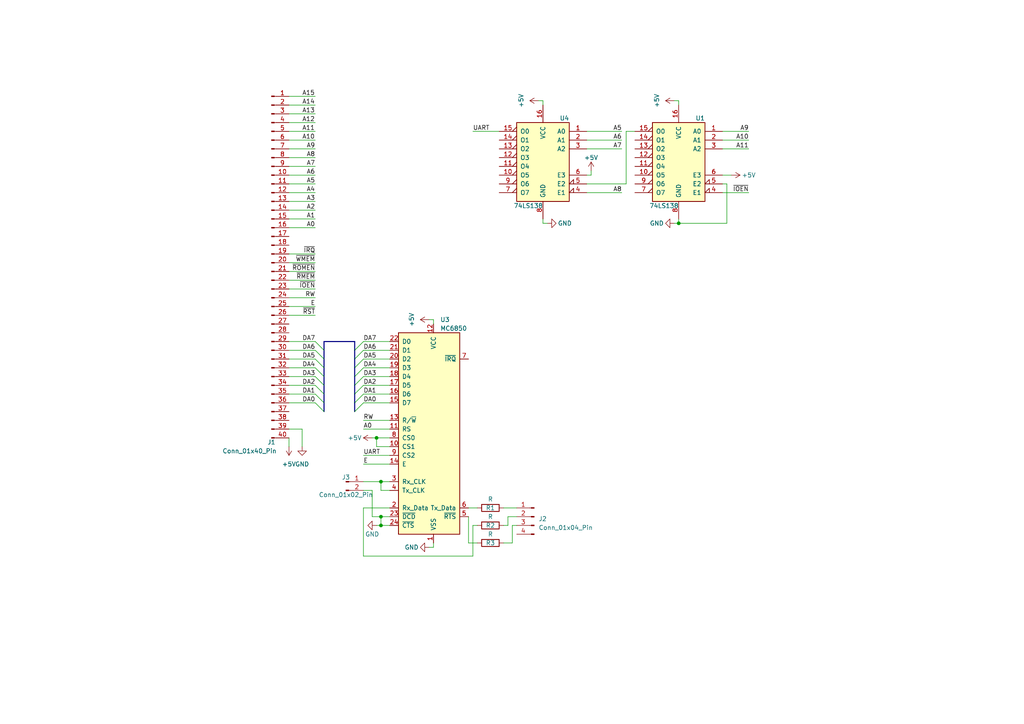
<source format=kicad_sch>
(kicad_sch (version 20230121) (generator eeschema)
  (paper "A4")
  (lib_symbols
    (symbol "74xx:74LS138" (pin_names (offset 1.016))
      (property "Reference" "U" (at -7.62 11.43 0))
      (property "Value" "74LS138" (at -7.62 -13.97 0))
      (symbol "74LS138_1_0"
        (pin input line (at -12.7 7.62 0) (length 5.08) (name "A0") (number "1"))
        (pin output output_low (at 12.7 -5.08 180) (length 5.08) (name "O5") (number "10"))
        (pin output output_low (at 12.7 -2.54 180) (length 5.08) (name "O4") (number "11"))
        (pin output output_low (at 12.7 0 180) (length 5.08) (name "O3") (number "12"))
        (pin output output_low (at 12.7 2.54 180) (length 5.08) (name "O2") (number "13"))
        (pin output output_low (at 12.7 5.08 180) (length 5.08) (name "O1") (number "14"))
        (pin output output_low (at 12.7 7.62 180) (length 5.08) (name "O0") (number "15"))
        (pin power_in line (at 0 15.24 270) (length 5.08) (name "VCC") (number "16"))
        (pin input line (at -12.7 5.08 0) (length 5.08) (name "A1") (number "2"))
        (pin input line (at -12.7 2.54 0) (length 5.08) (name "A2") (number "3"))
        (pin input input_low (at -12.7 -10.16 0) (length 5.08) (name "E1") (number "4"))
        (pin input input_low (at -12.7 -7.62 0) (length 5.08) (name "E2") (number "5"))
        (pin input line (at -12.7 -5.08 0) (length 5.08) (name "E3") (number "6"))
        (pin output output_low (at 12.7 -10.16 180) (length 5.08) (name "O7") (number "7"))
        (pin power_in line (at 0 -17.78 90) (length 5.08) (name "GND") (number "8"))
        (pin output output_low (at 12.7 -7.62 180) (length 5.08) (name "O6") (number "9"))
      )
      (symbol "74LS138_1_1"
        (rectangle (start -7.62 10.16) (end 7.62 -12.7) (stroke (width 0.254)) (fill (type background)))
      )
    )
    (symbol "Connector:Conn_01x02_Pin" (pin_names (offset 1.016) hide)
      (property "Reference" "J" (at 0 2.54 0))
      (property "Value" "Conn_01x02_Pin" (at 0 -5.08 0))
      (symbol "Conn_01x02_Pin_1_1"
        (polyline (pts (xy 1.27 -2.54) (xy 0.8636 -2.54)) (stroke (width 0.1524)))
        (polyline (pts (xy 1.27 0) (xy 0.8636 0)) (stroke (width 0.1524)))
        (rectangle (start 0.8636 -2.413) (end 0 -2.667) (stroke (width 0.1524)) (fill (type outline)))
        (rectangle (start 0.8636 0.127) (end 0 -0.127) (stroke (width 0.1524)) (fill (type outline)))
        (pin passive line (at 5.08 0 180) (length 3.81) (name "Pin_1") (number "1"))
        (pin passive line (at 5.08 -2.54 180) (length 3.81) (name "Pin_2") (number "2"))
      )
    )
    (symbol "Connector:Conn_01x04_Pin" (pin_names (offset 1.016) hide)
      (property "Reference" "J" (at 0 5.08 0))
      (property "Value" "Conn_01x04_Pin" (at 0 -7.62 0))
      (symbol "Conn_01x04_Pin_1_1"
        (polyline (pts (xy 1.27 -5.08) (xy 0.8636 -5.08)) (stroke (width 0.1524)))
        (polyline (pts (xy 1.27 -2.54) (xy 0.8636 -2.54)) (stroke (width 0.1524)))
        (polyline (pts (xy 1.27 0) (xy 0.8636 0)) (stroke (width 0.1524)))
        (polyline (pts (xy 1.27 2.54) (xy 0.8636 2.54)) (stroke (width 0.1524)))
        (rectangle (start 0.8636 -4.953) (end 0 -5.207) (stroke (width 0.1524)) (fill (type outline)))
        (rectangle (start 0.8636 -2.413) (end 0 -2.667) (stroke (width 0.1524)) (fill (type outline)))
        (rectangle (start 0.8636 0.127) (end 0 -0.127) (stroke (width 0.1524)) (fill (type outline)))
        (rectangle (start 0.8636 2.667) (end 0 2.413) (stroke (width 0.1524)) (fill (type outline)))
        (pin passive line (at 5.08 2.54 180) (length 3.81) (name "Pin_1") (number "1"))
        (pin passive line (at 5.08 0 180) (length 3.81) (name "Pin_2") (number "2"))
        (pin passive line (at 5.08 -2.54 180) (length 3.81) (name "Pin_3") (number "3"))
        (pin passive line (at 5.08 -5.08 180) (length 3.81) (name "Pin_4") (number "4"))
      )
    )
    (symbol "Connector:Conn_01x40_Pin" (pin_names (offset 1.016) hide)
      (property "Reference" "J" (at 0 50.8 0))
      (property "Value" "Conn_01x40_Pin" (at 0 -53.34 0))
      (symbol "Conn_01x40_Pin_1_1"
        (polyline (pts (xy 1.27 -50.8) (xy 0.8636 -50.8)) (stroke (width 0.1524)))
        (polyline (pts (xy 1.27 -48.26) (xy 0.8636 -48.26)) (stroke (width 0.1524)))
        (polyline (pts (xy 1.27 -45.72) (xy 0.8636 -45.72)) (stroke (width 0.1524)))
        (polyline (pts (xy 1.27 -43.18) (xy 0.8636 -43.18)) (stroke (width 0.1524)))
        (polyline (pts (xy 1.27 -40.64) (xy 0.8636 -40.64)) (stroke (width 0.1524)))
        (polyline (pts (xy 1.27 -38.1) (xy 0.8636 -38.1)) (stroke (width 0.1524)))
        (polyline (pts (xy 1.27 -35.56) (xy 0.8636 -35.56)) (stroke (width 0.1524)))
        (polyline (pts (xy 1.27 -33.02) (xy 0.8636 -33.02)) (stroke (width 0.1524)))
        (polyline (pts (xy 1.27 -30.48) (xy 0.8636 -30.48)) (stroke (width 0.1524)))
        (polyline (pts (xy 1.27 -27.94) (xy 0.8636 -27.94)) (stroke (width 0.1524)))
        (polyline (pts (xy 1.27 -25.4) (xy 0.8636 -25.4)) (stroke (width 0.1524)))
        (polyline (pts (xy 1.27 -22.86) (xy 0.8636 -22.86)) (stroke (width 0.1524)))
        (polyline (pts (xy 1.27 -20.32) (xy 0.8636 -20.32)) (stroke (width 0.1524)))
        (polyline (pts (xy 1.27 -17.78) (xy 0.8636 -17.78)) (stroke (width 0.1524)))
        (polyline (pts (xy 1.27 -15.24) (xy 0.8636 -15.24)) (stroke (width 0.1524)))
        (polyline (pts (xy 1.27 -12.7) (xy 0.8636 -12.7)) (stroke (width 0.1524)))
        (polyline (pts (xy 1.27 -10.16) (xy 0.8636 -10.16)) (stroke (width 0.1524)))
        (polyline (pts (xy 1.27 -7.62) (xy 0.8636 -7.62)) (stroke (width 0.1524)))
        (polyline (pts (xy 1.27 -5.08) (xy 0.8636 -5.08)) (stroke (width 0.1524)))
        (polyline (pts (xy 1.27 -2.54) (xy 0.8636 -2.54)) (stroke (width 0.1524)))
        (polyline (pts (xy 1.27 0) (xy 0.8636 0)) (stroke (width 0.1524)))
        (polyline (pts (xy 1.27 2.54) (xy 0.8636 2.54)) (stroke (width 0.1524)))
        (polyline (pts (xy 1.27 5.08) (xy 0.8636 5.08)) (stroke (width 0.1524)))
        (polyline (pts (xy 1.27 7.62) (xy 0.8636 7.62)) (stroke (width 0.1524)))
        (polyline (pts (xy 1.27 10.16) (xy 0.8636 10.16)) (stroke (width 0.1524)))
        (polyline (pts (xy 1.27 12.7) (xy 0.8636 12.7)) (stroke (width 0.1524)))
        (polyline (pts (xy 1.27 15.24) (xy 0.8636 15.24)) (stroke (width 0.1524)))
        (polyline (pts (xy 1.27 17.78) (xy 0.8636 17.78)) (stroke (width 0.1524)))
        (polyline (pts (xy 1.27 20.32) (xy 0.8636 20.32)) (stroke (width 0.1524)))
        (polyline (pts (xy 1.27 22.86) (xy 0.8636 22.86)) (stroke (width 0.1524)))
        (polyline (pts (xy 1.27 25.4) (xy 0.8636 25.4)) (stroke (width 0.1524)))
        (polyline (pts (xy 1.27 27.94) (xy 0.8636 27.94)) (stroke (width 0.1524)))
        (polyline (pts (xy 1.27 30.48) (xy 0.8636 30.48)) (stroke (width 0.1524)))
        (polyline (pts (xy 1.27 33.02) (xy 0.8636 33.02)) (stroke (width 0.1524)))
        (polyline (pts (xy 1.27 35.56) (xy 0.8636 35.56)) (stroke (width 0.1524)))
        (polyline (pts (xy 1.27 38.1) (xy 0.8636 38.1)) (stroke (width 0.1524)))
        (polyline (pts (xy 1.27 40.64) (xy 0.8636 40.64)) (stroke (width 0.1524)))
        (polyline (pts (xy 1.27 43.18) (xy 0.8636 43.18)) (stroke (width 0.1524)))
        (polyline (pts (xy 1.27 45.72) (xy 0.8636 45.72)) (stroke (width 0.1524)))
        (polyline (pts (xy 1.27 48.26) (xy 0.8636 48.26)) (stroke (width 0.1524)))
        (rectangle (start 0.8636 -50.673) (end 0 -50.927) (stroke (width 0.1524)) (fill (type outline)))
        (rectangle (start 0.8636 -48.133) (end 0 -48.387) (stroke (width 0.1524)) (fill (type outline)))
        (rectangle (start 0.8636 -45.593) (end 0 -45.847) (stroke (width 0.1524)) (fill (type outline)))
        (rectangle (start 0.8636 -43.053) (end 0 -43.307) (stroke (width 0.1524)) (fill (type outline)))
        (rectangle (start 0.8636 -40.513) (end 0 -40.767) (stroke (width 0.1524)) (fill (type outline)))
        (rectangle (start 0.8636 -37.973) (end 0 -38.227) (stroke (width 0.1524)) (fill (type outline)))
        (rectangle (start 0.8636 -35.433) (end 0 -35.687) (stroke (width 0.1524)) (fill (type outline)))
        (rectangle (start 0.8636 -32.893) (end 0 -33.147) (stroke (width 0.1524)) (fill (type outline)))
        (rectangle (start 0.8636 -30.353) (end 0 -30.607) (stroke (width 0.1524)) (fill (type outline)))
        (rectangle (start 0.8636 -27.813) (end 0 -28.067) (stroke (width 0.1524)) (fill (type outline)))
        (rectangle (start 0.8636 -25.273) (end 0 -25.527) (stroke (width 0.1524)) (fill (type outline)))
        (rectangle (start 0.8636 -22.733) (end 0 -22.987) (stroke (width 0.1524)) (fill (type outline)))
        (rectangle (start 0.8636 -20.193) (end 0 -20.447) (stroke (width 0.1524)) (fill (type outline)))
        (rectangle (start 0.8636 -17.653) (end 0 -17.907) (stroke (width 0.1524)) (fill (type outline)))
        (rectangle (start 0.8636 -15.113) (end 0 -15.367) (stroke (width 0.1524)) (fill (type outline)))
        (rectangle (start 0.8636 -12.573) (end 0 -12.827) (stroke (width 0.1524)) (fill (type outline)))
        (rectangle (start 0.8636 -10.033) (end 0 -10.287) (stroke (width 0.1524)) (fill (type outline)))
        (rectangle (start 0.8636 -7.493) (end 0 -7.747) (stroke (width 0.1524)) (fill (type outline)))
        (rectangle (start 0.8636 -4.953) (end 0 -5.207) (stroke (width 0.1524)) (fill (type outline)))
        (rectangle (start 0.8636 -2.413) (end 0 -2.667) (stroke (width 0.1524)) (fill (type outline)))
        (rectangle (start 0.8636 0.127) (end 0 -0.127) (stroke (width 0.1524)) (fill (type outline)))
        (rectangle (start 0.8636 2.667) (end 0 2.413) (stroke (width 0.1524)) (fill (type outline)))
        (rectangle (start 0.8636 5.207) (end 0 4.953) (stroke (width 0.1524)) (fill (type outline)))
        (rectangle (start 0.8636 7.747) (end 0 7.493) (stroke (width 0.1524)) (fill (type outline)))
        (rectangle (start 0.8636 10.287) (end 0 10.033) (stroke (width 0.1524)) (fill (type outline)))
        (rectangle (start 0.8636 12.827) (end 0 12.573) (stroke (width 0.1524)) (fill (type outline)))
        (rectangle (start 0.8636 15.367) (end 0 15.113) (stroke (width 0.1524)) (fill (type outline)))
        (rectangle (start 0.8636 17.907) (end 0 17.653) (stroke (width 0.1524)) (fill (type outline)))
        (rectangle (start 0.8636 20.447) (end 0 20.193) (stroke (width 0.1524)) (fill (type outline)))
        (rectangle (start 0.8636 22.987) (end 0 22.733) (stroke (width 0.1524)) (fill (type outline)))
        (rectangle (start 0.8636 25.527) (end 0 25.273) (stroke (width 0.1524)) (fill (type outline)))
        (rectangle (start 0.8636 28.067) (end 0 27.813) (stroke (width 0.1524)) (fill (type outline)))
        (rectangle (start 0.8636 30.607) (end 0 30.353) (stroke (width 0.1524)) (fill (type outline)))
        (rectangle (start 0.8636 33.147) (end 0 32.893) (stroke (width 0.1524)) (fill (type outline)))
        (rectangle (start 0.8636 35.687) (end 0 35.433) (stroke (width 0.1524)) (fill (type outline)))
        (rectangle (start 0.8636 38.227) (end 0 37.973) (stroke (width 0.1524)) (fill (type outline)))
        (rectangle (start 0.8636 40.767) (end 0 40.513) (stroke (width 0.1524)) (fill (type outline)))
        (rectangle (start 0.8636 43.307) (end 0 43.053) (stroke (width 0.1524)) (fill (type outline)))
        (rectangle (start 0.8636 45.847) (end 0 45.593) (stroke (width 0.1524)) (fill (type outline)))
        (rectangle (start 0.8636 48.387) (end 0 48.133) (stroke (width 0.1524)) (fill (type outline)))
        (pin passive line (at 5.08 48.26 180) (length 3.81) (name "Pin_1") (number "1"))
        (pin passive line (at 5.08 25.4 180) (length 3.81) (name "Pin_10") (number "10"))
        (pin passive line (at 5.08 22.86 180) (length 3.81) (name "Pin_11") (number "11"))
        (pin passive line (at 5.08 20.32 180) (length 3.81) (name "Pin_12") (number "12"))
        (pin passive line (at 5.08 17.78 180) (length 3.81) (name "Pin_13") (number "13"))
        (pin passive line (at 5.08 15.24 180) (length 3.81) (name "Pin_14") (number "14"))
        (pin passive line (at 5.08 12.7 180) (length 3.81) (name "Pin_15") (number "15"))
        (pin passive line (at 5.08 10.16 180) (length 3.81) (name "Pin_16") (number "16"))
        (pin passive line (at 5.08 7.62 180) (length 3.81) (name "Pin_17") (number "17"))
        (pin passive line (at 5.08 5.08 180) (length 3.81) (name "Pin_18") (number "18"))
        (pin passive line (at 5.08 2.54 180) (length 3.81) (name "Pin_19") (number "19"))
        (pin passive line (at 5.08 45.72 180) (length 3.81) (name "Pin_2") (number "2"))
        (pin passive line (at 5.08 0 180) (length 3.81) (name "Pin_20") (number "20"))
        (pin passive line (at 5.08 -2.54 180) (length 3.81) (name "Pin_21") (number "21"))
        (pin passive line (at 5.08 -5.08 180) (length 3.81) (name "Pin_22") (number "22"))
        (pin passive line (at 5.08 -7.62 180) (length 3.81) (name "Pin_23") (number "23"))
        (pin passive line (at 5.08 -10.16 180) (length 3.81) (name "Pin_24") (number "24"))
        (pin passive line (at 5.08 -12.7 180) (length 3.81) (name "Pin_25") (number "25"))
        (pin passive line (at 5.08 -15.24 180) (length 3.81) (name "Pin_26") (number "26"))
        (pin passive line (at 5.08 -17.78 180) (length 3.81) (name "Pin_27") (number "27"))
        (pin passive line (at 5.08 -20.32 180) (length 3.81) (name "Pin_28") (number "28"))
        (pin passive line (at 5.08 -22.86 180) (length 3.81) (name "Pin_29") (number "29"))
        (pin passive line (at 5.08 43.18 180) (length 3.81) (name "Pin_3") (number "3"))
        (pin passive line (at 5.08 -25.4 180) (length 3.81) (name "Pin_30") (number "30"))
        (pin passive line (at 5.08 -27.94 180) (length 3.81) (name "Pin_31") (number "31"))
        (pin passive line (at 5.08 -30.48 180) (length 3.81) (name "Pin_32") (number "32"))
        (pin passive line (at 5.08 -33.02 180) (length 3.81) (name "Pin_33") (number "33"))
        (pin passive line (at 5.08 -35.56 180) (length 3.81) (name "Pin_34") (number "34"))
        (pin passive line (at 5.08 -38.1 180) (length 3.81) (name "Pin_35") (number "35"))
        (pin passive line (at 5.08 -40.64 180) (length 3.81) (name "Pin_36") (number "36"))
        (pin passive line (at 5.08 -43.18 180) (length 3.81) (name "Pin_37") (number "37"))
        (pin passive line (at 5.08 -45.72 180) (length 3.81) (name "Pin_38") (number "38"))
        (pin passive line (at 5.08 -48.26 180) (length 3.81) (name "Pin_39") (number "39"))
        (pin passive line (at 5.08 40.64 180) (length 3.81) (name "Pin_4") (number "4"))
        (pin passive line (at 5.08 -50.8 180) (length 3.81) (name "Pin_40") (number "40"))
        (pin passive line (at 5.08 38.1 180) (length 3.81) (name "Pin_5") (number "5"))
        (pin passive line (at 5.08 35.56 180) (length 3.81) (name "Pin_6") (number "6"))
        (pin passive line (at 5.08 33.02 180) (length 3.81) (name "Pin_7") (number "7"))
        (pin passive line (at 5.08 30.48 180) (length 3.81) (name "Pin_8") (number "8"))
        (pin passive line (at 5.08 27.94 180) (length 3.81) (name "Pin_9") (number "9"))
      )
    )
    (symbol "Device:R" (pin_numbers hide) (pin_names (offset 0))
      (property "Reference" "R" (at 2.032 0 90))
      (property "Value" "R" (at 0 0 90))
      (symbol "R_0_1"
        (rectangle (start -1.016 -2.54) (end 1.016 2.54) (stroke (width 0.254)))
      )
      (symbol "R_1_1"
        (pin passive line (at 0 3.81 270) (length 1.27) (name "~") (number "1"))
        (pin passive line (at 0 -3.81 90) (length 1.27) (name "~") (number "2"))
      )
    )
    (symbol "Interface_UART:MC6850" (pin_names (offset 1.016))
      (property "Reference" "U" (at -7.366 31.75 0))
      (property "Value" "MC6850" (at 10.414 31.75 0))
      (symbol "MC6850_1_1"
        (rectangle (start -10.16 -27.94) (end 7.62 30.48) (stroke (width 0.254)) (fill (type background)))
        (pin power_in line (at 0 -30.48 90) (length 2.54) (name "VSS") (number "1"))
        (pin input line (at -12.7 -2.54 0) (length 2.54) (name "CS1") (number "10"))
        (pin input line (at -12.7 2.54 0) (length 2.54) (name "RS") (number "11"))
        (pin power_in line (at 0 33.02 270) (length 2.54) (name "VCC") (number "12"))
        (pin input line (at -12.7 5.08 0) (length 2.54) (name "R/~{W}") (number "13"))
        (pin input line (at -12.7 -7.62 0) (length 2.54) (name "E") (number "14"))
        (pin bidirectional line (at -12.7 10.16 0) (length 2.54) (name "D7") (number "15"))
        (pin bidirectional line (at -12.7 12.7 0) (length 2.54) (name "D6") (number "16"))
        (pin bidirectional line (at -12.7 15.24 0) (length 2.54) (name "D5") (number "17"))
        (pin bidirectional line (at -12.7 17.78 0) (length 2.54) (name "D4") (number "18"))
        (pin bidirectional line (at -12.7 20.32 0) (length 2.54) (name "D3") (number "19"))
        (pin input line (at -12.7 -20.32 0) (length 2.54) (name "Rx_Data") (number "2"))
        (pin bidirectional line (at -12.7 22.86 0) (length 2.54) (name "D2") (number "20"))
        (pin bidirectional line (at -12.7 25.4 0) (length 2.54) (name "D1") (number "21"))
        (pin bidirectional line (at -12.7 27.94 0) (length 2.54) (name "D0") (number "22"))
        (pin input line (at -12.7 -22.86 0) (length 2.54) (name "~{DCD}") (number "23"))
        (pin input line (at -12.7 -25.4 0) (length 2.54) (name "~{CTS}") (number "24"))
        (pin input line (at -12.7 -12.7 0) (length 2.54) (name "Rx_CLK") (number "3"))
        (pin input line (at -12.7 -15.24 0) (length 2.54) (name "Tx_CLK") (number "4"))
        (pin output line (at 10.16 -22.86 180) (length 2.54) (name "~{RTS}") (number "5"))
        (pin output line (at 10.16 -20.32 180) (length 2.54) (name "Tx_Data") (number "6"))
        (pin output line (at 10.16 22.86 180) (length 2.54) (name "~{IRQ}") (number "7"))
        (pin input line (at -12.7 0 0) (length 2.54) (name "CS0") (number "8"))
        (pin input line (at -12.7 -5.08 0) (length 2.54) (name "CS2") (number "9"))
      )
    )
    (symbol "power:+5V" (power) (pin_names (offset 0))
      (property "Value" "+5V" (at 0 3.556 0))
      (symbol "+5V_0_1"
        (polyline (pts (xy -0.762 1.27) (xy 0 2.54)))
        (polyline (pts (xy 0 0) (xy 0 2.54)))
        (polyline (pts (xy 0 2.54) (xy 0.762 1.27)))
      )
      (symbol "+5V_1_1"
        (pin power_in line (at 0 0 90) (length 0) hide (name "+5V") (number "1"))
      )
    )
    (symbol "power:GND" (power) (pin_names (offset 0))
      (property "Value" "GND" (at 0 -3.81 0))
      (symbol "GND_0_1"
        (polyline (pts (xy 0 0) (xy 0 -1.27) (xy 1.27 -1.27) (xy 0 -2.54) (xy -1.27 -1.27) (xy 0 -1.27)))
      )
      (symbol "GND_1_1"
        (pin power_in line (at 0 0 270) (length 0) hide (name "GND") (number "1"))
      )
    )
  )
  (junction (at 110.49 139.7))
  (junction (at 110.49 152.4))
  (junction (at 109.22 127))
  (junction (at 196.85 64.77))
  (junction (at 110.49 149.86))
  (bus_entry (at 105.41 111.76) (size -2.54 2.54))
  (bus_entry (at 105.41 104.14) (size -2.54 2.54))
  (bus_entry (at 91.44 116.84) (size 2.54 2.54))
  (bus_entry (at 105.41 116.84) (size -2.54 2.54))
  (bus_entry (at 105.41 101.6) (size -2.54 2.54))
  (bus_entry (at 91.44 109.22) (size 2.54 2.54))
  (bus_entry (at 91.44 106.68) (size 2.54 2.54))
  (bus_entry (at 105.41 99.06) (size -2.54 2.54))
  (bus_entry (at 105.41 106.68) (size -2.54 2.54))
  (bus_entry (at 91.44 101.6) (size 2.54 2.54))
  (bus_entry (at 91.44 104.14) (size 2.54 2.54))
  (bus_entry (at 91.44 99.06) (size 2.54 2.54))
  (bus_entry (at 91.44 111.76) (size 2.54 2.54))
  (bus_entry (at 105.41 109.22) (size -2.54 2.54))
  (bus_entry (at 105.41 114.3) (size -2.54 2.54))
  (bus_entry (at 91.44 114.3) (size 2.54 2.54))
  (wire (pts (xy 109.22 152.4) (xy 110.49 152.4)))
  (wire (pts (xy 105.41 111.76) (xy 113.03 111.76)))
  (wire (pts (xy 91.44 40.64) (xy 83.82 40.64)))
  (wire (pts (xy 91.44 91.44) (xy 83.82 91.44)))
  (wire (pts (xy 105.41 124.46) (xy 113.03 124.46)))
  (wire (pts (xy 110.49 149.86) (xy 107.95 149.86)))
  (wire (pts (xy 91.44 27.94) (xy 83.82 27.94)))
  (wire (pts (xy 91.44 35.56) (xy 83.82 35.56)))
  (wire (pts (xy 170.18 53.34) (xy 181.61 53.34)))
  (wire (pts (xy 109.22 129.54) (xy 109.22 127)))
  (wire (pts (xy 184.15 38.1) (xy 181.61 38.1)))
  (wire (pts (xy 171.45 50.8) (xy 170.18 50.8)))
  (wire (pts (xy 157.48 29.21) (xy 156.21 29.21)))
  (wire (pts (xy 148.59 152.4) (xy 149.86 152.4)))
  (wire (pts (xy 91.44 50.8) (xy 83.82 50.8)))
  (wire (pts (xy 124.46 158.75) (xy 125.73 158.75)))
  (wire (pts (xy 105.41 132.08) (xy 113.03 132.08)))
  (wire (pts (xy 217.17 40.64) (xy 209.55 40.64)))
  (wire (pts (xy 91.44 88.9) (xy 83.82 88.9)))
  (wire (pts (xy 137.16 161.29) (xy 137.16 152.4)))
  (wire (pts (xy 113.03 147.32) (xy 105.41 147.32)))
  (bus (pts (xy 93.98 104.14) (xy 93.98 101.6)))
  (wire (pts (xy 170.18 40.64) (xy 180.34 40.64)))
  (bus (pts (xy 102.87 104.14) (xy 102.87 101.6)))
  (wire (pts (xy 146.05 157.48) (xy 148.59 157.48)))
  (wire (pts (xy 91.44 73.66) (xy 83.82 73.66)))
  (bus (pts (xy 102.87 116.84) (xy 102.87 114.3)))
  (wire (pts (xy 196.85 29.21) (xy 196.85 30.48)))
  (wire (pts (xy 91.44 43.18) (xy 83.82 43.18)))
  (wire (pts (xy 91.44 45.72) (xy 83.82 45.72)))
  (wire (pts (xy 217.17 43.18) (xy 209.55 43.18)))
  (wire (pts (xy 195.58 64.77) (xy 196.85 64.77)))
  (wire (pts (xy 212.09 50.8) (xy 209.55 50.8)))
  (wire (pts (xy 105.41 161.29) (xy 137.16 161.29)))
  (wire (pts (xy 105.41 116.84) (xy 113.03 116.84)))
  (wire (pts (xy 91.44 114.3) (xy 83.82 114.3)))
  (bus (pts (xy 102.87 111.76) (xy 102.87 109.22)))
  (wire (pts (xy 91.44 53.34) (xy 83.82 53.34)))
  (wire (pts (xy 137.16 152.4) (xy 138.43 152.4)))
  (wire (pts (xy 196.85 29.21) (xy 195.58 29.21)))
  (bus (pts (xy 102.87 109.22) (xy 102.87 106.68)))
  (wire (pts (xy 170.18 43.18) (xy 180.34 43.18)))
  (wire (pts (xy 210.82 53.34) (xy 210.82 64.77)))
  (wire (pts (xy 209.55 53.34) (xy 210.82 53.34)))
  (wire (pts (xy 157.48 29.21) (xy 157.48 30.48)))
  (wire (pts (xy 125.73 92.71) (xy 125.73 93.98)))
  (wire (pts (xy 91.44 66.04) (xy 83.82 66.04)))
  (wire (pts (xy 135.89 157.48) (xy 138.43 157.48)))
  (wire (pts (xy 83.82 127) (xy 83.82 129.54)))
  (wire (pts (xy 91.44 76.2) (xy 83.82 76.2)))
  (wire (pts (xy 147.32 152.4) (xy 147.32 149.86)))
  (wire (pts (xy 110.49 152.4) (xy 110.49 149.86)))
  (wire (pts (xy 181.61 38.1) (xy 181.61 53.34)))
  (wire (pts (xy 105.41 139.7) (xy 110.49 139.7)))
  (wire (pts (xy 148.59 157.48) (xy 148.59 152.4)))
  (wire (pts (xy 105.41 101.6) (xy 113.03 101.6)))
  (wire (pts (xy 170.18 38.1) (xy 180.34 38.1)))
  (wire (pts (xy 105.41 109.22) (xy 113.03 109.22)))
  (wire (pts (xy 157.48 64.77) (xy 157.48 63.5)))
  (wire (pts (xy 105.41 104.14) (xy 113.03 104.14)))
  (wire (pts (xy 105.41 114.3) (xy 113.03 114.3)))
  (bus (pts (xy 93.98 106.68) (xy 93.98 104.14)))
  (wire (pts (xy 113.03 142.24) (xy 110.49 142.24)))
  (wire (pts (xy 91.44 78.74) (xy 83.82 78.74)))
  (wire (pts (xy 110.49 139.7) (xy 113.03 139.7)))
  (bus (pts (xy 102.87 99.06) (xy 102.87 101.6)))
  (wire (pts (xy 110.49 142.24) (xy 110.49 139.7)))
  (wire (pts (xy 91.44 104.14) (xy 83.82 104.14)))
  (wire (pts (xy 91.44 48.26) (xy 83.82 48.26)))
  (wire (pts (xy 91.44 30.48) (xy 83.82 30.48)))
  (bus (pts (xy 102.87 119.38) (xy 102.87 116.84)))
  (wire (pts (xy 91.44 109.22) (xy 83.82 109.22)))
  (wire (pts (xy 110.49 149.86) (xy 113.03 149.86)))
  (wire (pts (xy 105.41 121.92) (xy 113.03 121.92)))
  (wire (pts (xy 135.89 149.86) (xy 135.89 157.48)))
  (wire (pts (xy 91.44 38.1) (xy 83.82 38.1)))
  (bus (pts (xy 93.98 114.3) (xy 93.98 111.76)))
  (wire (pts (xy 87.63 124.46) (xy 83.82 124.46)))
  (wire (pts (xy 125.73 158.75) (xy 125.73 157.48)))
  (wire (pts (xy 91.44 101.6) (xy 83.82 101.6)))
  (bus (pts (xy 93.98 109.22) (xy 93.98 106.68)))
  (bus (pts (xy 93.98 111.76) (xy 93.98 109.22)))
  (wire (pts (xy 105.41 99.06) (xy 113.03 99.06)))
  (wire (pts (xy 107.95 149.86) (xy 107.95 142.24)))
  (wire (pts (xy 91.44 63.5) (xy 83.82 63.5)))
  (wire (pts (xy 137.16 38.1) (xy 144.78 38.1)))
  (bus (pts (xy 93.98 101.6) (xy 93.98 99.06)))
  (wire (pts (xy 210.82 64.77) (xy 196.85 64.77)))
  (wire (pts (xy 217.17 55.88) (xy 209.55 55.88)))
  (wire (pts (xy 91.44 83.82) (xy 83.82 83.82)))
  (wire (pts (xy 91.44 106.68) (xy 83.82 106.68)))
  (wire (pts (xy 91.44 86.36) (xy 83.82 86.36)))
  (wire (pts (xy 91.44 99.06) (xy 83.82 99.06)))
  (bus (pts (xy 102.87 106.68) (xy 102.87 104.14)))
  (wire (pts (xy 105.41 106.68) (xy 113.03 106.68)))
  (bus (pts (xy 93.98 99.06) (xy 102.87 99.06)))
  (wire (pts (xy 125.73 92.71) (xy 124.46 92.71)))
  (wire (pts (xy 105.41 147.32) (xy 105.41 161.29)))
  (wire (pts (xy 107.95 127) (xy 109.22 127)))
  (wire (pts (xy 109.22 129.54) (xy 113.03 129.54)))
  (wire (pts (xy 171.45 49.53) (xy 171.45 50.8)))
  (wire (pts (xy 157.48 64.77) (xy 158.75 64.77)))
  (wire (pts (xy 91.44 116.84) (xy 83.82 116.84)))
  (wire (pts (xy 113.03 152.4) (xy 110.49 152.4)))
  (wire (pts (xy 109.22 127) (xy 113.03 127)))
  (wire (pts (xy 91.44 81.28) (xy 83.82 81.28)))
  (wire (pts (xy 196.85 64.77) (xy 196.85 63.5)))
  (wire (pts (xy 146.05 147.32) (xy 149.86 147.32)))
  (wire (pts (xy 170.18 55.88) (xy 180.34 55.88)))
  (wire (pts (xy 91.44 58.42) (xy 83.82 58.42)))
  (wire (pts (xy 135.89 147.32) (xy 138.43 147.32)))
  (wire (pts (xy 217.17 38.1) (xy 209.55 38.1)))
  (wire (pts (xy 107.95 142.24) (xy 105.41 142.24)))
  (bus (pts (xy 93.98 119.38) (xy 93.98 116.84)))
  (wire (pts (xy 91.44 60.96) (xy 83.82 60.96)))
  (bus (pts (xy 102.87 114.3) (xy 102.87 111.76)))
  (bus (pts (xy 93.98 116.84) (xy 93.98 114.3)))
  (wire (pts (xy 91.44 111.76) (xy 83.82 111.76)))
  (wire (pts (xy 91.44 33.02) (xy 83.82 33.02)))
  (wire (pts (xy 91.44 55.88) (xy 83.82 55.88)))
  (wire (pts (xy 87.63 124.46) (xy 87.63 129.54)))
  (wire (pts (xy 105.41 134.62) (xy 113.03 134.62)))
  (wire (pts (xy 147.32 152.4) (xy 146.05 152.4)))
  (wire (pts (xy 147.32 149.86) (xy 149.86 149.86)))
  (label "RW" (at 105.41 121.92 0))
  (label "A0" (at 105.41 124.46 0))
  (label "~{ROMEN}" (at 91.44 78.74 180))
  (label "RW" (at 91.44 86.36 180))
  (label "DA1" (at 105.41 114.3 0))
  (label "A0" (at 88.9 66.04 0))
  (label "DA6" (at 91.44 101.6 180))
  (label "DA7" (at 105.41 99.06 0))
  (label "A15" (at 87.63 27.94 0))
  (label "~{WMEM}" (at 91.44 76.2 180))
  (label "E" (at 91.44 88.9 180))
  (label "A7" (at 88.9 48.26 0))
  (label "A9" (at 88.9 43.18 0))
  (label "DA6" (at 105.41 101.6 0))
  (label "A12" (at 87.63 35.56 0))
  (label "A9" (at 217.17 38.1 180))
  (label "A3" (at 88.9 58.42 0))
  (label "~{RST}" (at 91.44 91.44 180))
  (label "A6" (at 88.9 50.8 0))
  (label "UART" (at 105.41 132.08 0))
  (label "DA3" (at 91.44 109.22 180))
  (label "DA5" (at 91.44 104.14 180))
  (label "A7" (at 180.34 43.18 180))
  (label "A2" (at 88.9 60.96 0))
  (label "A5" (at 88.9 53.34 0))
  (label "A8" (at 88.9 45.72 0))
  (label "DA2" (at 91.44 111.76 180))
  (label "E" (at 105.41 134.62 0))
  (label "DA3" (at 105.41 109.22 0))
  (label "A5" (at 180.34 38.1 180))
  (label "~{IRQ}" (at 91.44 73.66 180))
  (label "A13" (at 87.63 33.02 0))
  (label "UART" (at 137.16 38.1 0))
  (label "A4" (at 88.9 55.88 0))
  (label "A1" (at 88.9 63.5 0))
  (label "A14" (at 87.63 30.48 0))
  (label "~{RMEM}" (at 91.44 81.28 180))
  (label "A10" (at 87.63 40.64 0))
  (label "~{IOEN}" (at 217.17 55.88 180))
  (label "DA7" (at 91.44 99.06 180))
  (label "DA2" (at 105.41 111.76 0))
  (label "A8" (at 180.34 55.88 180))
  (label "A6" (at 180.34 40.64 180))
  (label "DA4" (at 105.41 106.68 0))
  (label "A10" (at 217.17 40.64 180))
  (label "DA1" (at 91.44 114.3 180))
  (label "DA0" (at 105.41 116.84 0))
  (label "DA5" (at 105.41 104.14 0))
  (label "~{IOEN}" (at 91.44 83.82 180))
  (label "DA0" (at 91.44 116.84 180))
  (label "A11" (at 87.63 38.1 0))
  (label "A11" (at 217.17 43.18 180))
  (label "DA4" (at 91.44 106.68 180))
  (symbol (lib_id "power:GND") (at 87.63 129.54 0) (mirror y) (unit 1)
    (property "Reference" "#PWR01" (effects hide))
    (property "Value" "GND" (at 87.63 134.62 0))
  )
  (symbol (lib_id "Device:R") (at 142.24 147.32 270) (unit 1)
    (property "Reference" "R1" (at 142.24 147.32 90))
    (property "Value" "R" (at 142.24 144.78 90))
    (property "Footprint" "Resistor_THT:R_Axial_DIN0207_L6.3mm_D2.5mm_P7.62mm_Horizontal" (effects hide))
  )
  (symbol (lib_id "Interface_UART:MC6850") (at 125.73 127 0) (unit 1)
    (property "Reference" "U3" (at 127.6859 92.71 0) (effects (justify left)))
    (property "Value" "MC6850" (at 127.6859 95.25 0) (effects (justify left)))
    (property "Footprint" "Package_DIP:DIP-24_W15.24mm" (effects hide))
    (property "Datasheet" "http://pdf.datasheetcatalog.com/datasheet/motorola/MC6850.pdf" (effects hide))
  )
  (symbol (lib_id "74xx:74LS138") (at 157.48 45.72 0) (mirror y) (unit 1)
    (property "Reference" "U4" (at 165.1 34.29 0) (effects (justify left)))
    (property "Value" "74LS138" (at 157.48 59.69 0) (effects (justify left)))
    (property "Footprint" "Package_DIP:DIP-16_W7.62mm" (effects hide))
    (property "Datasheet" "http://www.ti.com/lit/gpn/sn74LS138" (effects hide))
  )
  (symbol (lib_id "power:+5V") (at 107.95 127 90) (unit 1)
    (property "Reference" "#PWR014" (effects hide))
    (property "Value" "+5V" (at 102.87 127 90))
  )
  (symbol (lib_id "power:+5V") (at 124.46 92.71 90) (unit 1)
    (property "Reference" "#PWR011" (effects hide))
    (property "Value" "+5V" (at 119.38 92.71 0))
  )
  (symbol (lib_id "power:GND") (at 109.22 152.4 270) (unit 1)
    (property "Reference" "#PWR015" (effects hide))
    (property "Value" "GND" (at 107.95 154.94 90))
  )
  (symbol (lib_id "power:+5V") (at 156.21 29.21 90) (unit 1)
    (property "Reference" "#PWR010" (effects hide))
    (property "Value" "+5V" (at 151.13 29.21 0))
  )
  (symbol (lib_id "power:+5V") (at 212.09 50.8 270) (unit 1)
    (property "Reference" "#PWR05" (effects hide))
    (property "Value" "+5V" (at 217.17 50.8 90))
  )
  (symbol (lib_id "power:+5V") (at 83.82 129.54 0) (mirror x) (unit 1)
    (property "Reference" "#PWR02" (effects hide))
    (property "Value" "+5V" (at 83.82 134.62 0))
  )
  (symbol (lib_id "power:GND") (at 124.46 158.75 270) (unit 1)
    (property "Reference" "#PWR04" (effects hide))
    (property "Value" "GND" (at 119.38 158.75 90))
  )
  (symbol (lib_id "Device:R") (at 142.24 152.4 270) (unit 1)
    (property "Reference" "R2" (at 142.24 152.4 90))
    (property "Value" "R" (at 142.24 149.86 90))
    (property "Footprint" "Resistor_THT:R_Axial_DIN0207_L6.3mm_D2.5mm_P7.62mm_Horizontal" (effects hide))
  )
  (symbol (lib_id "power:GND") (at 158.75 64.77 90) (mirror x) (unit 1)
    (property "Reference" "#PWR08" (effects hide))
    (property "Value" "GND" (at 163.83 64.77 90))
  )
  (symbol (lib_id "Device:R") (at 142.24 157.48 270) (unit 1)
    (property "Reference" "R3" (at 142.24 157.48 90))
    (property "Value" "R" (at 142.24 154.94 90))
    (property "Footprint" "Resistor_THT:R_Axial_DIN0207_L6.3mm_D2.5mm_P7.62mm_Horizontal" (effects hide))
  )
  (symbol (lib_id "Connector:Conn_01x04_Pin") (at 154.94 149.86 0) (mirror y) (unit 1)
    (property "Reference" "J2" (at 156.21 150.495 0) (effects (justify right)))
    (property "Value" "Conn_01x04_Pin" (at 156.21 153.035 0) (effects (justify right)))
    (property "Footprint" "Connector_PinHeader_2.54mm:PinHeader_1x04_P2.54mm_Vertical" (effects hide))
  )
  (symbol (lib_id "power:+5V") (at 171.45 49.53 0) (mirror y) (unit 1)
    (property "Reference" "#PWR03" (effects hide))
    (property "Value" "+5V" (at 171.45 45.72 0))
  )
  (symbol (lib_id "Connector:Conn_01x40_Pin") (at 78.74 76.2 0) (unit 1)
    (property "Reference" "J1" (at 78.74 128.27 0))
    (property "Value" "Conn_01x40_Pin" (at 72.39 130.81 0))
    (property "Footprint" "Connector_PinHeader_2.54mm:PinHeader_1x40_P2.54mm_Vertical" (effects hide))
  )
  (symbol (lib_id "Connector:Conn_01x02_Pin") (at 100.33 139.7 0) (unit 1)
    (property "Reference" "J3" (at 100.33 138.43 0))
    (property "Value" "Conn_01x02_Pin" (at 100.33 143.51 0))
    (property "Footprint" "Connector_PinHeader_2.54mm:PinHeader_1x02_P2.54mm_Vertical" (effects hide))
  )
  (symbol (lib_id "power:+5V") (at 195.58 29.21 90) (unit 1)
    (property "Reference" "#PWR013" (effects hide))
    (property "Value" "+5V" (at 190.5 29.21 0))
  )
  (symbol (lib_id "74xx:74LS138") (at 196.85 45.72 0) (mirror y) (unit 1)
    (property "Reference" "U1" (at 204.47 34.29 0) (effects (justify left)))
    (property "Value" "74LS138" (at 196.85 59.69 0) (effects (justify left)))
    (property "Footprint" "Package_DIP:DIP-16_W7.62mm" (effects hide))
    (property "Datasheet" "http://www.ti.com/lit/gpn/sn74LS138" (effects hide))
  )
  (symbol (lib_id "power:GND") (at 195.58 64.77 270) (unit 1)
    (property "Reference" "#PWR012" (effects hide))
    (property "Value" "GND" (at 190.5 64.77 90))
  )
)
</source>
